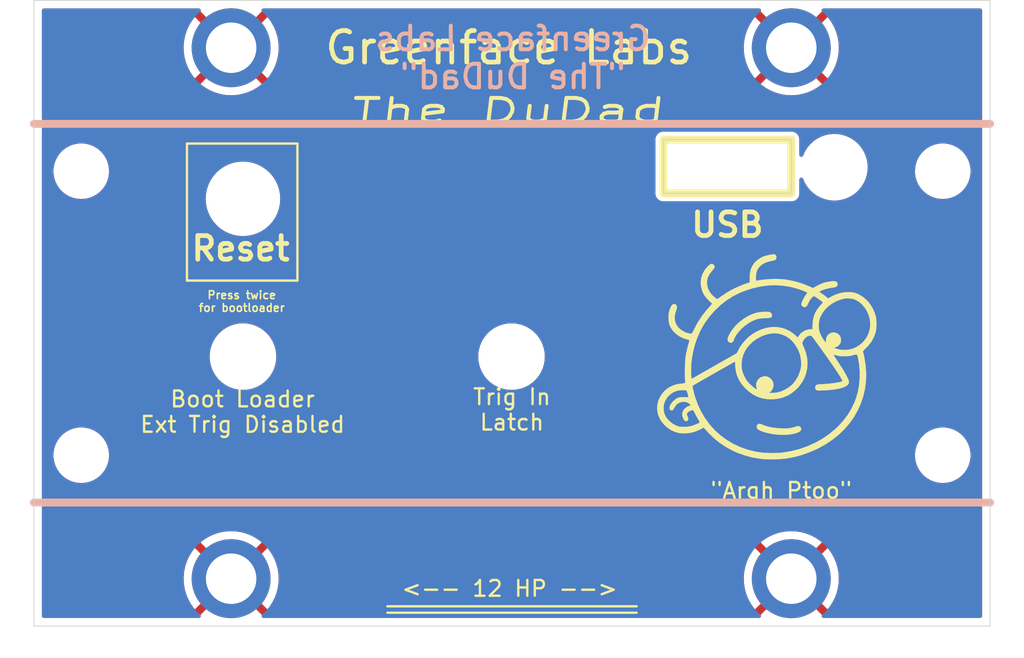
<source format=kicad_pcb>
(kicad_pcb (version 20211014) (generator pcbnew)
  (title_block (title "DuDad Panel") (rev "1.2"))
  (layers (0 "F.Cu" signal) (31 "B.Cu" signal) (34 "B.Paste" user) (35 "F.Paste" user) (36 "B.SilkS" user "B.Silkscreen") (37 "F.SilkS" user "F.Silkscreen") (38 "B.Mask" user) (39 "F.Mask" user) (44 "Edge.Cuts" user))
  (net 0 "")
  (net 1 "GND")
  (footprint "panel:MountingHole_3.2mm_M3_SmPad" (layer "F.Cu") (at 62.5 45.175)
    (fp_text reference "H1" (at -0.2 -0.2) (layer "F.SilkS"))
    (fp_text value "MountingHole_Pad")
    (pad "1" thru_hole circle locked (at 0 0) (size 5 5) (drill 3.2) (layers *.Cu *.Mask) (net 1 "GND"))
  )
  (footprint "panel:MountingHole_3.2mm_M3_SmPad" (layer "F.Cu") (at 98 45.175)
    (fp_text reference "H2" (at 0.1 0.2) (layer "F.SilkS"))
    (fp_text value "MountingHole_Pad")
    (pad "1" thru_hole circle locked (at 0 0) (size 5 5) (drill 3.2) (layers *.Cu *.Mask) (net 1 "GND"))
  )
  (footprint "panel:MountingHole_3.2mm_M3_SmPad" (layer "F.Cu") (at 98 78.825)
    (fp_text reference "H3" (at 0 0.2) (layer "F.SilkS"))
    (fp_text value "MountingHole_Pad")
    (pad "1" thru_hole circle locked (at 0 0) (size 5 5) (drill 3.2) (layers *.Cu *.Mask) (net 1 "GND"))
  )
  (footprint "panel:MountingHole_3.2mm_M3_SmPad" (layer "F.Cu") (at 62.5 78.825)
    (fp_text reference "H4" (at 0.1 -0.1) (layer "F.SilkS"))
    (fp_text value "MountingHole_Pad")
    (pad "1" thru_hole circle locked (at 0 0) (size 5 5) (drill 3.2) (layers *.Cu *.Mask) (net 1 "GND"))
  )
  (footprint "panel:3mmLED" (layer "F.Cu") (at 79 64.75)
    (fp_text reference "H14" hide)
    (fp_text value "Red LED")
    (pad "" np_thru_hole circle (at 1.27 0) (size 3.2 3.2) (drill 3.2) (layers *.Cu *.Mask))
  )
  (footprint "panel:3mmLED" (layer "F.Cu") (at 102 52.75 180)
    (fp_text reference "H15" hide)
    (fp_text value "Green LED")
    (pad "" np_thru_hole circle (at 1.27 0 180) (size 3.2 3.2) (drill 3.2) (layers *.Cu *.Mask))
  )
  (footprint "MountingHole:MountingHole_2.5mm" (layer "F.Cu") (at 53 53)
    (fp_text reference "H17" hide)
    (fp_text value "MountingHole")
    (pad "" np_thru_hole circle locked (at 0 0) (size 2.5 2.5) (drill 2.5) (layers *.Cu *.Mask))
  )
  (footprint "MountingHole:MountingHole_2.5mm" (layer "F.Cu") (at 107.6 53)
    (fp_text reference "H18" hide)
    (fp_text value "MountingHole")
    (pad "" np_thru_hole circle locked (at 0 0) (size 2.5 2.5) (drill 2.5) (layers *.Cu *.Mask))
  )
  (footprint "MountingHole:MountingHole_2.5mm" (layer "F.Cu") (at 107.6 71)
    (fp_text reference "H19" hide)
    (fp_text value "MountingHole")
    (pad "" np_thru_hole circle locked (at 0 0) (size 2.5 2.5) (drill 2.5) (layers *.Cu *.Mask))
  )
  (footprint "MountingHole:MountingHole_2.5mm" (layer "F.Cu") (at 53 71)
    (fp_text reference "H20" hide)
    (fp_text value "MountingHole")
    (pad "" np_thru_hole circle locked (at 0 0) (size 2.5 2.5) (drill 2.5) (layers *.Cu *.Mask))
  )
  (footprint "panel:PushButton3.7mm" (layer "F.Cu") (at 60 52.5)
    (fp_text reference "H26" hide)
    (fp_text value "MountingHole")
    (pad "" np_thru_hole circle (at 3.25 2.25) (size 3.7 3.7) (drill 3.7) (layers *.Cu *.Mask))
  )
  (footprint "panel:3mmLED" (layer "F.Cu") (at 64.52 64.75 180)
    (fp_text reference "H16" hide)
    (fp_text value "Yellow LED")
    (pad "" np_thru_hole circle (at 1.27 0 180) (size 3.2 3.2) (drill 3.2) (layers *.Cu *.Mask))
  )
  (footprint "panel:small_face" (layer "F.Cu") (at 96.4 65.2)
    (fp_text reference "GR1" hide)
    (fp_text value "small_logo" hide)
    (fp_poly (pts (xy 0.54585 -6.926436) (xy 0.585001 -6.906036) (xy 0.606324 -6.886676) (xy 0.649317 -6.811322) (xy 0.658749 -6.718373) (xy 0.633324 -6.629468) (xy 0.622739 -6.612336) (xy 0.580233 -6.576116) (xy 0.504547 -6.548167) (xy 0.413189 -6.529096) (xy 0.140894 -6.467369) (xy -0.087852 -6.382381) (xy -0.275341 -6.272763) (xy -0.423865 -6.137146) (xy -0.535716 -5.974161) (xy -0.544558 -5.957125) (xy -0.603519 -5.796627) (xy -0.636753 -5.605766) (xy -0.641897 -5.399288) (xy -0.639751 -5.362895) (xy -0.632968 -5.294518) (xy -0.618313 -5.264921) (xy -0.584577 -5.262192) (xy -0.550851 -5.268429) (xy -0.277447 -5.31369) (xy 0.023536 -5.34631) (xy 0.337109 -5.36571) (xy 0.648283 -5.371312) (xy 0.942068 -5.362538) (xy 1.203475 -5.33881) (xy 1.2192 -5.336707) (xy 1.633307 -5.263004) (xy 2.046922 -5.156909) (xy 2.443559 -5.023188) (xy 2.748187 -4.894578) (xy 2.861255 -4.843184) (xy 2.937623 -4.812874) (xy 2.985615 -4.801208) (xy 3.013556 -4.805744) (xy 3.023139 -4.813951) (xy 3.060235 -4.841775) (xy 3.1329 -4.884003) (xy 3.229973 -4.935123) (xy 3.34029 -4.989622) (xy 3.452689 -5.041987) (xy 3.556006 -5.086707) (xy 3.639079 -5.118269) (xy 3.640011 -5.11858) (xy 3.781431 -5.158522) (xy 3.943025 -5.193079) (xy 4.104341 -5.218624) (xy 4.244925 -5.231531) (xy 4.282134 -5.2324) (xy 4.3787 -5.22613) (xy 4.441529 -5.204497) (xy 4.469753 -5.182247) (xy 4.527333 -5.097239) (xy 4.537044 -5.009335) (xy 4.502873 -4.931949) (xy 4.471726 -4.896627) (xy 4.432807 -4.870194) (xy 4.376578 -4.849633) (xy 4.293498 -4.831925) (xy 4.174027 -4.814051) (xy 4.099621 -4.804357) (xy 3.948678 -4.777745) (xy 3.789148 -4.737165) (xy 3.637307 -4.687699) (xy 3.509428 -4.634428) (xy 3.447936 -4.60085) (xy 3.371948 -4.552738) (xy 3.533824 -4.443877) (xy 3.634514 -4.373498) (xy 3.738018 -4.296935) (xy 3.815543 -4.235918) (xy 3.935386 -4.136821) (xy 4.08351 -4.223634) (xy 4.388945 -4.375578) (xy 4.70373 -4.478159) (xy 5.031601 -4.532504) (xy 5.131117 -4.539474) (xy 5.338026 -4.540869) (xy 5.516959 -4.519968) (xy 5.687336 -4.472744) (xy 5.868583 -4.395173) (xy 5.898332 -4.380458) (xy 6.152974 -4.224668) (xy 6.38186 -4.027515) (xy 6.581889 -3.793104) (xy 6.749958 -3.525543) (xy 6.882967 -3.228937) (xy 6.962473 -2.9718) (xy 6.985747 -2.834443) (xy 6.997734 -2.663883) (xy 6.998801 -2.476363) (xy 6.989315 -2.288126) (xy 6.969643 -2.115414) (xy 6.940153 -1.974471) (xy 6.939903 -1.973601) (xy 6.82882 -1.670631) (xy 6.67687 -1.395033) (xy 6.481158 -1.142134) (xy 6.329239 -0.987831) (xy 6.238278 -0.900998) (xy 6.180679 -0.839634) (xy 6.150935 -0.796495) (xy 6.143539 -0.76434) (xy 6.147142 -0.748339) (xy 6.159526 -0.704334) (xy 6.179149 -0.622007) (xy 6.203381 -0.51287) (xy 6.229591 -0.388434) (xy 6.231311 -0.380039) (xy 6.313796 0.137692) (xy 6.346906 0.644029) (xy 6.330496 1.140106) (xy 6.264422 1.627057) (xy 6.148539 2.106017) (xy 5.982703 2.578121) (xy 5.804533 2.970537) (xy 5.567943 3.386478) (xy 5.286808 3.78185) (xy 4.96408 4.1541) (xy 4.602715 4.500672) (xy 4.205665 4.819012) (xy 3.775884 5.106565) (xy 3.316325 5.360776) (xy 2.829942 5.579091) (xy 2.754417 5.608753) (xy 2.471666 5.713667) (xy 2.216142 5.798655) (xy 1.970674 5.868484) (xy 1.718093 5.927919) (xy 1.44123 5.981726) (xy 1.3589 5.99611) (xy 1.173891 6.021104) (xy 0.951772 6.040402) (xy 0.705949 6.053694) (xy 0.449826 6.060672) (xy 0.196807 6.061025) (xy -0.039704 6.054445) (xy -0.246302 6.040621) (xy -0.3048 6.034514) (xy -0.820485 5.950653) (xy -1.324486 5.821061) (xy -1.809641 5.647843) (xy -2.157258 5.490352) (xy -2.565831 5.265455) (xy -2.944624 5.010972) (xy -3.301031 4.72109) (xy -3.642444 4.389998) (xy -3.855035 4.155473) (xy -3.914138 4.089336) (xy -3.951672 4.056715) (xy -3.978265 4.051831) (xy -4.004544 4.068907) (xy -4.008221 4.072193) (xy -4.067331 4.112383) (xy -4.162383 4.16237) (xy -4.280874 4.216661) (xy -4.410301 4.269761) (xy -4.538163 4.316177) (xy -4.624509 4.343016) (xy -4.788417 4.378868) (xy -4.975231 4.403181) (xy -5.167047 4.41485) (xy -5.34596 4.412771) (xy -5.490689 4.396486) (xy -5.769549 4.322378) (xy -6.020877 4.20949) (xy -6.25154 4.053989) (xy -6.468404 3.852038) (xy -6.471446 3.848787) (xy -6.643422 3.637371) (xy -6.768943 3.418861) (xy -6.852341 3.185158) (xy -6.871996 3.100181) (xy -6.902052 2.829304) (xy -6.89437 2.727158) (xy -6.493843 2.727158) (xy -6.492328 2.936774) (xy -6.447673 3.146547) (xy -6.356765 3.351303) (xy -6.34554 3.370422) (xy -6.229808 3.526686) (xy -6.079875 3.674666) (xy -5.908185 3.805207) (xy -5.727184 3.909153) (xy -5.549316 3.97735) (xy -5.506281 3.98785) (xy -5.375824 4.003945) (xy -5.214431 4.006757) (xy -5.039851 3.997516) (xy -4.869831 3.977449) (xy -4.722119 3.947787) (xy -4.6609 3.929293) (xy -4.481237 3.8625) (xy -4.346725 3.805423) (xy -4.25892 3.75877) (xy -4.224526 3.730891) (xy -4.214846 3.702317) (xy -4.226737 3.656942) (xy -4.263565 3.585357) (xy -4.296178 3.53057) (xy -4.355722 3.428943) (xy -4.425094 3.304237) (xy -4.49182 3.179017) (xy -4.509387 3.144863) (xy -4.5616 3.043783) (xy -4.598107 2.980596) (xy -4.625848 2.947721) (xy -4.651765 2.937579) (xy -4.682795 2.942588) (xy -4.692095 2.945298) (xy -4.812263 2.987048) (xy -4.896941 3.03171) (xy -4.944666 3.070101) (xy -5.003544 3.14499) (xy -5.017309 3.222335) (xy -4.987706 3.314781) (xy -4.980435 3.329199) (xy -4.934926 3.446657) (xy -4.932834 3.540258) (xy -4.974111 3.608812) (xy -4.992141 3.622517) (xy -5.064695 3.648531) (xy -5.133121 3.627073) (xy -5.199512 3.556931) (xy -5.247789 3.474494) (xy -5.305424 3.312172) (xy -5.313682 3.155171) (xy -5.273869 3.00848) (xy -5.187295 2.877088) (xy -5.063489 2.771353) (xy -4.994932 2.72806) (xy -4.943392 2.699382) (xy -4.924899 2.6924) (xy -4.889085 2.684139) (xy -4.836429 2.666136) (xy -4.767351 2.639872) (xy -4.841126 2.561408) (xy -4.941381 2.478554) (xy -5.058774 2.430782) (xy -5.205929 2.413305) (xy -5.232429 2.413) (xy -5.410052 2.436561) (xy -5.566708 2.504993) (xy -5.697325 2.614917) (xy -5.796832 2.762955) (xy -5.814136 2.800515) (xy -5.87227 2.902336) (xy -5.938229 2.955207) (xy -6.010909 2.958509) (xy -6.05686 2.936717) (xy -6.107068 2.876974) (xy -6.120045 2.794112) (xy -6.099671 2.694849) (xy -6.049828 2.585906) (xy -5.974396 2.474003) (xy -5.877256 2.365859) (xy -5.762289 2.268194) (xy -5.633376 2.187727) (xy -5.620513 2.181205) (xy -5.560428 2.154311) (xy -5.501074 2.136743) (xy -5.429358 2.126592) (xy -5.332187 2.121949) (xy -5.207 2.1209) (xy -4.9149 2.1209) (xy -4.9657 1.912865) (xy -4.99088 1.813525) (xy -5.015527 1.746939) (xy -5.049676 1.706538) (xy -5.103366 1.685756) (xy -5.18663 1.678023) (xy -5.309506 1.676771) (xy -5.326495 1.676746) (xy -5.558029 1.698846) (xy -5.771328 1.762495) (xy -5.963278 1.862517) (xy -6.130767 1.99374) (xy -6.270681 2.15099) (xy -6.379907 2.329092) (xy -6.455332 2.522872) (xy -6.493843 2.727158) (xy -6.89437 2.727158) (xy -6.882128 2.564386) (xy -6.812912 2.307713) (xy -6.69509 2.061566) (xy -6.529351 1.828231) (xy -6.468409 1.758921) (xy -6.302254 1.608311) (xy -6.105459 1.478518) (xy -6.001995 1.42882) (xy -4.658908 1.42882) (xy -4.649587 1.501355) (xy -4.629169 1.606122) (xy -4.59946 1.734925) (xy -4.562264 1.879566) (xy -4.519388 2.031851) (xy -4.504174 2.0828) (xy -4.331281 2.569846) (xy -4.117682 3.027816) (xy -3.865311 3.455058) (xy -3.576102 3.84992) (xy -3.251992 4.210752) (xy -2.894915 4.535902) (xy -2.506807 4.823719) (xy -2.089601 5.072552) (xy -1.645234 5.28075) (xy -1.17564 5.44666) (xy -0.682755 5.568633) (xy -0.3556 5.622926) (xy -0.173333 5.641391) (xy 0.044447 5.653631) (xy 0.282827 5.6596) (xy 0.526898 5.659255) (xy 0.761748 5.652554) (xy 0.972467 5.639453) (xy 1.0922 5.627139) (xy 1.626788 5.536194) (xy 2.148538 5.400094) (xy 2.65339 5.220775) (xy 3.137288 5.000176) (xy 3.596172 4.740234) (xy 4.025985 4.442886) (xy 4.422669 4.110072) (xy 4.574039 3.964569) (xy 4.892438 3.617943) (xy 5.164887 3.259354) (xy 5.396017 2.881526) (xy 5.590462 2.477182) (xy 5.699228 2.1971) (xy 5.814464 1.805546) (xy 5.892693 1.387781) (xy 5.933491 0.952837) (xy 5.936436 0.50975) (xy 5.901104 0.067553) (xy 5.827072 -0.36472) (xy 5.820583 -0.3937) (xy 5.799045 -0.48778) (xy 5.778905 -0.548712) (xy 5.750466 -0.580506) (xy 5.704032 -0.587172) (xy 5.629905 -0.57272) (xy 5.518388 -0.54116) (xy 5.4864 -0.531894) (xy 5.37589 -0.504633) (xy 5.260763 -0.487133) (xy 5.124973 -0.477576) (xy 4.9784 -0.474314) (xy 4.845334 -0.474161) (xy 4.740642 -0.477738) (xy 4.648862 -0.487305) (xy 4.554533 -0.505119) (xy 4.442194 -0.533439) (xy 4.300578 -0.573318) (xy 4.289761 -0.568035) (xy 4.298074 -0.538668) (xy 4.3274 -0.481964) (xy 4.379624 -0.394673) (xy 4.456629 -0.273545) (xy 4.5603 -0.115328) (xy 4.605628 -0.046987) (xy 4.779958 0.22081) (xy 4.929148 0.461736) (xy 5.052003 0.673563) (xy 5.147323 0.854065) (xy 5.213913 1.001016) (xy 5.250575 1.112189) (xy 5.2578 1.165918) (xy 5.233012 1.26646) (xy 5.159536 1.357699) (xy 5.038702 1.439209) (xy 4.871838 1.510565) (xy 4.660275 1.571341) (xy 4.405343 1.621114) (xy 4.108371 1.659457) (xy 3.77069 1.685946) (xy 3.6068 1.693845) (xy 3.461625 1.699119) (xy 3.358096 1.701019) (xy 3.287126 1.698778) (xy 3.239625 1.691631) (xy 3.206507 1.678814) (xy 3.178685 1.659562) (xy 3.176269 1.657602) (xy 3.126757 1.587523) (xy 3.112715 1.499625) (xy 3.134771 1.413061) (xy 3.166784 1.368527) (xy 3.192005 1.348117) (xy 3.226506 1.332667) (xy 3.278592 1.320801) (xy 3.356564 1.311145) (xy 3.468725 1.302321) (xy 3.622714 1.292993) (xy 3.850851 1.277267) (xy 4.069215 1.256858) (xy 4.27182 1.232743) (xy 4.452684 1.205897) (xy 4.605821 1.177297) (xy 4.725249 1.147919) (xy 4.804983 1.11874) (xy 4.837067 1.094841) (xy 4.831247 1.059947) (xy 4.79623 0.986485) (xy 4.733372 0.87647) (xy 4.644034 0.731916) (xy 4.529573 0.554837) (xy 4.391348 0.347248) (xy 4.230717 0.111163) (xy 4.04904 -0.151403) (xy 3.847674 -0.438435) (xy 3.627978 -0.74792) (xy 3.391311 -1.077843) (xy 3.139031 -1.426189) (xy 3.109462 -1.466814) (xy 3.022495 -1.585748) (xy 2.958935 -1.669697) (xy 2.912305 -1.724757) (xy 2.876127 -1.75702) (xy 2.843922 -1.772583) (xy 2.809215 -1.77754) (xy 2.77876 -1.777964) (xy 2.661138 -1.753882) (xy 2.545535 -1.68602) (xy 2.439683 -1.581073) (xy 2.351314 -1.44574) (xy 2.321436 -1.381843) (xy 2.304691 -1.338362) (xy 2.298133 -1.300885) (xy 2.304256 -1.258033) (xy 2.325555 -1.198429) (xy 2.364526 -1.110695) (xy 2.395566 -1.04382) (xy 2.521246 -0.717916) (xy 2.598317 -0.387859) (xy 2.627492 -0.057697) (xy 2.609488 0.268524) (xy 2.545016 0.586755) (xy 2.434792 0.89295) (xy 2.279529 1.183062) (xy 2.079942 1.453044) (xy 1.926224 1.616357) (xy 1.664133 1.837314) (xy 1.382247 2.011507) (xy 1.080073 2.139149) (xy 0.757115 2.220459) (xy 0.469787 2.253089) (xy 0.121398 2.250326) (xy -0.20598 2.201514) (xy -0.514061 2.106005) (xy -0.804561 1.963147) (xy -1.079192 1.772292) (xy -1.285707 1.5875) (xy -1.515 1.330939) (xy -1.695448 1.06197) (xy -1.827941 0.778543) (xy -1.913367 0.478607) (xy -1.952614 0.160112) (xy -1.955571 0.043199) (xy -1.549025 0.043199) (xy -1.544448 0.218182) (xy -1.527326 0.366503) (xy -1.493509 0.505713) (xy -1.438844 0.653361) (xy -1.367907 0.80897) (xy -1.299004 0.944501) (xy -1.234407 1.050645) (xy -1.161241 1.145823) (xy -1.066632 1.248453) (xy -1.046068 1.269405) (xy -0.947738 1.363514) (xy -0.845181 1.452513) (xy -0.747283 1.529601) (xy -0.662931 1.587979) (xy -0.601012 1.620847) (xy -0.580524 1.6256) (xy -0.576838 1.605204) (xy -0.591451 1.554521) (xy -0.598197 1.537515) (xy -0.632689 1.393377) (xy -0.622509 1.246739) (xy -0.572398 1.106896) (xy -0.487095 0.983144) (xy -0.371341 0.88478) (xy -0.233422 0.822116) (xy -0.067919 0.795599) (xy 0.083086 0.817488) (xy 0.222329 0.888491) (xy 0.308473 0.961957) (xy 0.41278 1.095044) (xy 0.46798 1.238719) (xy 0.475232 1.396217) (xy 0.472415 1.42008) (xy 0.43924 1.542455) (xy 0.379056 1.661401) (xy 0.302265 1.759264) (xy 0.245646 1.804896) (xy 0.1651 1.85401) (xy 0.3683 1.853664) (xy 0.497102 1.848189) (xy 0.635737 1.834211) (xy 0.748571 1.815809) (xy 0.977816 1.746999) (xy 1.211128 1.640519) (xy 1.433326 1.505124) (xy 1.629232 1.349567) (xy 1.726184 1.252047) (xy 1.892838 1.034302) (xy 2.032533 0.787169) (xy 2.139266 0.524101) (xy 2.207034 0.25855) (xy 2.223668 0.137222) (xy 2.22819 -0.037504) (xy 2.213568 -0.236864) (xy 2.182315 -0.439537) (xy 2.136943 -0.624206) (xy 2.13212 -0.63963) (xy 2.043746 -0.860046) (xy 1.922212 -1.082193) (xy 1.777047 -1.291813) (xy 1.617777 -1.474653) (xy 1.505907 -1.576712) (xy 1.272546 -1.735434) (xy 1.022646 -1.846935) (xy 0.758975 -1.910982) (xy 0.484307 -1.927341) (xy 0.201411 -1.895778) (xy -0.086941 -1.816058) (xy -0.296011 -1.728885) (xy -0.504026 -1.622394) (xy -0.678503 -1.514971) (xy -0.835749 -1.395882) (xy -0.935985 -1.307557) (xy -1.152709 -1.075615) (xy -1.323004 -0.824615) (xy -1.446233 -0.555959) (xy -1.52176 -0.27105) (xy -1.548947 0.028711) (xy -1.549025 0.043199) (xy -1.955571 0.043199) (xy -1.955609 0.041732) (xy -1.957302 -0.050264) (xy -1.963719 -0.100862) (xy -1.977249 -0.11941) (xy -1.996165 -0.116946) (xy -2.024874 -0.101928) (xy -2.092765 -0.064455) (xy -2.195104 -0.007224) (xy -2.327156 0.06707) (xy -2.484187 0.155734) (xy -2.66146 0.25607) (xy -2.854242 0.365384) (xy -3.057798 0.480982) (xy -3.267392 0.600167) (xy -3.478291 0.720245) (xy -3.685759 0.83852) (xy -3.885062 0.952298) (xy -4.071464 1.058882) (xy -4.240232 1.155579) (xy -4.386629 1.239692) (xy -4.505922 1.308527) (xy -4.593376 1.359389) (xy -4.644255 1.389582) (xy -4.655325 1.396712) (xy -4.658908 1.42882) (xy -6.001995 1.42882) (xy -5.890566 1.375297) (xy -5.670117 1.304401) (xy -5.456656 1.271585) (xy -5.40267 1.27) (xy -5.301996 1.262784) (xy -5.213373 1.244069) (xy -5.179402 1.230762) (xy -5.130411 1.200301) (xy -5.114163 1.165437) (xy -5.121717 1.104928) (xy -5.123277 1.097412) (xy -5.132785 1.02088) (xy -5.139286 0.902934) (xy -5.142941 0.752859) (xy -5.143911 0.579944) (xy -5.143289 0.505238) (xy -4.750062 0.505238) (xy -4.747458 0.650615) (xy -4.741447 0.775773) (xy -4.732174 0.873321) (xy -4.719783 0.935868) (xy -4.704418 0.956023) (xy -4.702258 0.955172) (xy -4.677889 0.941273) (xy -4.613278 0.904456) (xy -4.512326 0.846943) (xy -4.378933 0.770956) (xy -4.217002 0.678718) (xy -4.030433 0.57245) (xy -3.823127 0.454375) (xy -3.598985 0.326715) (xy -3.3782 0.20097) (xy -3.138112 0.064293) (xy -2.908234 -0.066457) (xy -2.692885 -0.188831) (xy -2.496384 -0.30038) (xy -2.323048 -0.398655) (xy -2.177197 -0.481208) (xy -2.063149 -0.54559) (xy -1.985223 -0.589352) (xy -1.950507 -0.608565) (xy -1.868579 -0.66154) (xy -1.817519 -0.722214) (xy -1.78747 -0.7874) (xy -1.700965 -0.969125) (xy -1.577945 -1.16346) (xy -1.427128 -1.359894) (xy -1.257231 -1.547914) (xy -1.076973 -1.717009) (xy -0.908138 -1.847748) (xy -0.598598 -2.035787) (xy -0.284788 -2.177538) (xy 0.030162 -2.273062) (xy 0.343122 -2.322418) (xy 0.650962 -2.32567) (xy 0.950549 -2.282877) (xy 1.238755 -2.194101) (xy 1.512448 -2.059403) (xy 1.768498 -1.878844) (xy 1.865462 -1.79362) (xy 1.930762 -1.734579) (xy 1.981264 -1.692467) (xy 2.006034 -1.676401) (xy 2.006036 -1.6764) (xy 2.027691 -1.695979) (xy 2.060825 -1.743867) (xy 2.065326 -1.75136) (xy 2.180625 -1.89964) (xy 2.331898 -2.023578) (xy 2.507299 -2.115979) (xy 2.694983 -2.16965) (xy 2.768626 -2.178507) (xy 2.944486 -2.191089) (xy 2.944567 -2.366745) (xy 3.343045 -2.366745) (xy 3.352923 -2.20159) (xy 3.377 -2.061437) (xy 3.389567 -2.0193) (xy 3.473369 -1.813008) (xy 3.572086 -1.627464) (xy 3.678118 -1.47669) (xy 3.693336 -1.458902) (xy 3.802081 -1.335322) (xy 3.800022 -1.48686) (xy 3.813252 -1.628851) (xy 3.86159 -1.745783) (xy 3.951527 -1.851044) (xy 3.994539 -1.888015) (xy 4.116431 -1.956034) (xy 4.252657 -1.98165) (xy 4.392238 -1.966504) (xy 4.524193 -1.912236) (xy 4.637542 -1.820486) (xy 4.664768 -1.787886) (xy 4.708944 -1.717216) (xy 4.73363 -1.638242) (xy 4.745345 -1.534491) (xy 4.748066 -1.435776) (xy 4.737834 -1.364265) (xy 4.709975 -1.29704) (xy 4.68943 -1.260351) (xy 4.590414 -1.138347) (xy 4.461348 -1.056893) (xy 4.3688 -1.028014) (xy 4.311891 -1.014742) (xy 4.300455 -1.004504) (xy 4.330211 -0.990057) (xy 4.3434 -0.985009) (xy 4.604614 -0.908501) (xy 4.873684 -0.872015) (xy 5.139522 -0.875904) (xy 5.391038 -0.920522) (xy 5.482002 -0.948738) (xy 5.752785 -1.069709) (xy 5.992014 -1.229546) (xy 6.197062 -1.425432) (xy 6.365302 -1.654553) (xy 6.494106 -1.91409) (xy 6.556129 -2.100281) (xy 6.592938 -2.303877) (xy 6.601937 -2.530413) (xy 6.583882 -2.760819) (xy 6.539526 -2.976028) (xy 6.518874 -3.041528) (xy 6.401603 -3.315468) (xy 6.253251 -3.557465) (xy 6.077178 -3.763456) (xy 5.876745 -3.929377) (xy 5.701036 -4.030573) (xy 5.598261 -4.077031) (xy 5.514913 -4.10642) (xy 5.431264 -4.12339) (xy 5.327589 -4.13259) (xy 5.253444 -4.136082) (xy 5.118998 -4.138715) (xy 5.011099 -4.132233) (xy 4.905885 -4.113819) (xy 4.779495 -4.080655) (xy 4.776432 -4.079778) (xy 4.480009 -3.971965) (xy 4.207114 -3.827216) (xy 3.962365 -3.649683) (xy 3.750378 -3.443519) (xy 3.575771 -3.212875) (xy 3.44316 -2.961903) (xy 3.397036 -2.839268) (xy 3.365259 -2.702881) (xy 3.34721 -2.539608) (xy 3.343045 -2.366745) (xy 2.944567 -2.366745) (xy 2.9446 -2.435395) (xy 2.966478 -2.720088) (xy 3.029305 -2.999232) (xy 3.0878 -3.16258) (xy 3.149076 -3.284643) (xy 3.236548 -3.426345) (xy 3.339732 -3.572178) (xy 3.448145 -3.706635) (xy 3.478951 -3.741161) (xy 3.534995 -3.800658) (xy 3.571801 -3.843496) (xy 3.586053 -3.87749) (xy 3.574432 -3.910456) (xy 3.53362 -3.950209) (xy 3.460301 -4.004564) (xy 3.351157 -4.081336) (xy 3.3274 -4.098176) (xy 3.210941 -4.180587) (xy 3.127678 -4.236268) (xy 3.069198 -4.267635) (xy 3.027088 -4.277102) (xy 2.992937 -4.267085) (xy 2.958331 -4.24) (xy 2.929561 -4.212399) (xy 2.815643 -4.079165) (xy 2.714846 -3.918886) (xy 2.652997 -3.7846) (xy 2.595559 -3.671073) (xy 2.525455 -3.604389) (xy 2.439359 -3.581454) (xy 2.434431 -3.5814) (xy 2.357939 -3.601892) (xy 2.28913 -3.653417) (xy 2.244228 -3.721049) (xy 2.23551 -3.764396) (xy 2.248584 -3.831533) (xy 2.283277 -3.928533) (xy 2.333561 -4.042642) (xy 2.393408 -4.161105) (xy 2.456788 -4.271168) (xy 2.51611 -4.358058) (xy 2.568005 -4.428319) (xy 2.602922 -4.481451) (xy 2.613674 -4.50647) (xy 2.613437 -4.506797) (xy 2.577822 -4.52774) (xy 2.505564 -4.561051) (xy 2.407906 -4.602147) (xy 2.296092 -4.646441) (xy 2.181366 -4.689349) (xy 2.076495 -4.725782) (xy 1.593933 -4.85872) (xy 1.105475 -4.941352) (xy 0.611932 -4.973728) (xy 0.114115 -4.955898) (xy -0.387166 -4.887912) (xy -0.891101 -4.769818) (xy -1.396877 -4.601667) (xy -1.653777 -4.497296) (xy -2.070366 -4.290793) (xy -2.471404 -4.038435) (xy -2.85277 -3.743865) (xy -3.210345 -3.410724) (xy -3.54001 -3.042655) (xy -3.837645 -2.643301) (xy -3.95466 -2.463019) (xy -4.169234 -2.075825) (xy -4.354829 -1.654338) (xy -4.508339 -1.207981) (xy -4.626658 -0.746177) (xy -4.706677 -0.278352) (xy -4.723513 -0.130659) (xy -4.735984 0.021692) (xy -4.74447 0.183385) (xy -4.749114 0.347031) (xy -4.750062 0.505238) (xy -5.143289 0.505238) (xy -5.142356 0.393475) (xy -5.138439 0.202739) (xy -5.132321 0.017022) (xy -5.124162 -0.154389) (xy -5.114124 -0.302207) (xy -5.102368 -0.417146) (xy -5.096289 -0.4572) (xy -5.04971 -0.702105) (xy -5.000317 -0.931777) (xy -4.950717 -1.134901) (xy -4.90352 -1.300161) (xy -4.898207 -1.316708) (xy -4.874657 -1.400983) (xy -4.863743 -1.465871) (xy -4.867628 -1.496839) (xy -4.90293 -1.512259) (xy -4.97125 -1.532109) (xy -5.033243 -1.546686) (xy -5.250471 -1.614998) (xy -5.46642 -1.722912) (xy -5.66875 -1.861966) (xy -5.845123 -2.023697) (xy -5.981576 -2.1971) (xy -6.071685 -2.354532) (xy -6.131782 -2.505372) (xy -6.166671 -2.66665) (xy -6.181154 -2.855396) (xy -6.182144 -2.9083) (xy -6.18168 -3.044388) (xy -6.175356 -3.148944) (xy -6.160459 -3.241143) (xy -6.134273 -3.340157) (xy -6.110223 -3.4163) (xy -6.049259 -3.576329) (xy -5.985486 -3.688782) (xy -5.91639 -3.756884) (xy -5.839458 -3.783857) (xy -5.822982 -3.7846) (xy -5.741598 -3.761864) (xy -5.691198 -3.722801) (xy -5.658325 -3.674663) (xy -5.644723 -3.614611) (xy -5.651051 -3.534144) (xy -5.677969 -3.424759) (xy -5.72555 -3.279626) (xy -5.781606 -3.053214) (xy -5.7895 -2.835635) (xy -5.750061 -2.630486) (xy -5.664117 -2.441362) (xy -5.532495 -2.271859) (xy -5.482461 -2.223782) (xy -5.330205 -2.107371) (xy -5.16052 -2.012095) (xy -4.987043 -1.943977) (xy -4.82341 -1.909041) (xy -4.7625 -1.905708) (xy -4.727333 -1.908692) (xy -4.698792 -1.922996) (xy -4.670602 -1.956813) (xy -4.636485 -2.018338) (xy -4.590165 -2.115764) (xy -4.573025 -2.153057) (xy -4.359436 -2.565694) (xy -4.100463 -2.969258) (xy -3.793917 -3.367008) (xy -3.632761 -3.552896) (xy -3.539237 -3.658049) (xy -3.476273 -3.732253) (xy -3.439809 -3.781736) (xy -3.425783 -3.812726) (xy -3.430133 -3.83145) (xy -3.444308 -3.841883) (xy -3.504316 -3.885277) (xy -3.58474 -3.95933) (xy -3.676144 -4.053594) (xy -3.769093 -4.157624) (xy -3.854153 -4.260974) (xy -3.921888 -4.353195) (xy -3.954761 -4.407081) (xy -4.064508 -4.665661) (xy -4.125714 -4.927889) (xy -4.139005 -5.189183) (xy -4.105004 -5.444963) (xy -4.024335 -5.690648) (xy -3.897622 -5.921656) (xy -3.72549 -6.133406) (xy -3.718613 -6.14045) (xy -3.610213 -6.24296) (xy -3.522941 -6.305035) (xy -3.450045 -6.328704) (xy -3.384775 -6.315999) (xy -3.320376 -6.268949) (xy -3.313546 -6.262255) (xy -3.267621 -6.20378) (xy -3.253094 -6.144935) (xy -3.272111 -6.077859) (xy -3.326819 -5.994693) (xy -3.414396 -5.89298) (xy -3.571485 -5.694086) (xy -3.678373 -5.493143) (xy -3.735656 -5.287528) (xy -3.743932 -5.074617) (xy -3.703796 -4.851787) (xy -3.672933 -4.755408) (xy -3.592134 -4.587504) (xy -3.475559 -4.42089) (xy -3.336012 -4.270946) (xy -3.186297 -4.153051) (xy -3.156002 -4.134521) (xy -3.080534 -4.090742) (xy -2.892817 -4.231701) (xy -2.460924 -4.524648) (xy -2.00003 -4.777518) (xy -1.515757 -4.987408) (xy -1.246377 -5.081898) (xy -1.032253 -5.150973) (xy -1.037877 -5.426637) (xy -1.023489 -5.713406) (xy -0.967746 -5.970812) (xy -0.870248 -6.19955) (xy -0.730594 -6.400313) (xy -0.548385 -6.573795) (xy -0.323219 -6.72069) (xy -0.277169 -6.744831) (xy -0.167003 -6.7908) (xy -0.023605 -6.836691) (xy 0.13566 -6.877896) (xy 0.293426 -6.909808) (xy 0.40212 -6.925061) (xy 0.490536 -6.931716) (xy 0.54585 -6.926436)) (layer "F.SilkS") (width 0.01) (fill solid))
    (fp_poly (pts (xy 0.142068 -3.284178) (xy 0.205614 -3.276936) (xy 0.250125 -3.263826) (xy 0.286183 -3.243441) (xy 0.296556 -3.235977) (xy 0.354628 -3.167233) (xy 0.378895 -3.082794) (xy 0.366999 -2.999924) (xy 0.335391 -2.951592) (xy 0.308194 -2.931129) (xy 0.26801 -2.916164) (xy 0.205848 -2.905226) (xy 0.112716 -2.896848) (xy -0.020377 -2.889559) (xy -0.053406 -2.888067) (xy -0.261295 -2.874591) (xy -0.433558 -2.852205) (xy -0.585079 -2.817421) (xy -0.730741 -2.766752) (xy -0.885428 -2.696711) (xy -0.899221 -2.689876) (xy -1.12771 -2.558714) (xy -1.347003 -2.399995) (xy -1.55008 -2.220975) (xy -1.729919 -2.02891) (xy -1.879498 -1.831056) (xy -1.991797 -1.634666) (xy -2.042315 -1.508659) (xy -2.093684 -1.399801) (xy -2.161368 -1.338942) (xy -2.245141 -1.326193) (xy -2.341406 -1.359815) (xy -2.409283 -1.420831) (xy -2.437249 -1.508977) (xy -2.42514 -1.624883) (xy -2.372793 -1.769181) (xy -2.280044 -1.9425) (xy -2.146729 -2.145473) (xy -2.13263 -2.165365) (xy -1.936841 -2.403874) (xy -1.702262 -2.629373) (xy -1.440763 -2.832619) (xy -1.164215 -3.004372) (xy -0.889 -3.133633) (xy -0.69417 -3.202974) (xy -0.51775 -3.2488) (xy -0.33863 -3.275128) (xy -0.135695 -3.285975) (xy -0.084444 -3.286694) (xy 0.048909 -3.286961) (xy 0.142068 -3.284178)) (layer "F.SilkS") (width 0.01) (fill solid))
    (fp_poly (pts (xy -0.352919 3.8208) (xy -0.262979 3.849035) (xy -0.173115 3.886178) (xy 0.013357 3.957425) (xy 0.240752 4.0153) (xy 0.511926 4.060394) (xy 0.8255 4.092963) (xy 1.078653 4.107166) (xy 1.296703 4.105208) (xy 1.493097 4.085877) (xy 1.681284 4.047959) (xy 1.84115 4.001416) (xy 1.948155 3.968663) (xy 2.021034 3.953031) (xy 2.072802 3.952709) (xy 2.11161 3.963812) (xy 2.18146 4.017733) (xy 2.220717 4.099251) (xy 2.221717 4.190634) (xy 2.216958 4.207624) (xy 2.169554 4.274471) (xy 2.07776 4.33534) (xy 1.947757 4.389051) (xy 1.785729 4.434423) (xy 1.597856 4.470279) (xy 1.390323 4.495438) (xy 1.16931 4.508721) (xy 0.941 4.508948) (xy 0.711576 4.49494) (xy 0.7112 4.494905) (xy 0.478317 4.466406) (xy 0.249262 4.426305) (xy 0.032395 4.3769) (xy -0.163921 4.320491) (xy -0.331327 4.259377) (xy -0.46146 4.195857) (xy -0.51943 4.156537) (xy -0.577517 4.084041) (xy -0.597291 4.001171) (xy -0.582413 3.920434) (xy -0.536541 3.854337) (xy -0.463337 3.815386) (xy -0.418016 3.81) (xy -0.352919 3.8208)) (layer "F.SilkS") (width 0.01) (fill solid))
  )
  (gr_line (start 50 74) (end 110.6 74) (layer "B.SilkS") (width 0.5))
  (gr_line (start 50 50) (end 110.6 50) (layer "B.SilkS") (width 0.5))
  (gr_line (start 89.9 51) (end 89.9 54.4) (layer "F.SilkS") (width 0.5))
  (gr_line (start 89.9 54.4) (end 98 54.4) (layer "F.SilkS") (width 0.5))
  (gr_line (start 72.4006 80.9814) (end 88.1994 80.9814) (layer "F.SilkS") (width 0.15))
  (gr_line (start 59.7 51.25) (end 59.7 59.932) (layer "F.SilkS") (width 0.15))
  (gr_line (start 66.7 59.932) (end 66.7 51.25) (layer "F.SilkS") (width 0.15))
  (gr_line (start 66.7 51.25) (end 59.7 51.25) (layer "F.SilkS") (width 0.15))
  (gr_line (start 89.9 51) (end 98 51) (layer "F.SilkS") (width 0.5))
  (gr_line (start 59.7 59.932) (end 66.7 59.932) (layer "F.SilkS") (width 0.15))
  (gr_line (start 72.4006 80.575) (end 88.1994 80.575) (layer "F.SilkS") (width 0.15))
  (gr_line (start 98 51) (end 98 54.4) (layer "F.SilkS") (width 0.5))
  (gr_line (start 110.6 42.175) (end 50 42.175) (layer "Edge.Cuts") (width 0.05))
  (gr_line (start 89.9 51) (end 98 51) (layer "Edge.Cuts") (width 0.05))
  (gr_line (start 110.6 81.825) (end 110.6 42.175) (layer "Edge.Cuts") (width 0.05))
  (gr_line (start 50 42.175) (end 50 81.825) (layer "Edge.Cuts") (width 0.05))
  (gr_line (start 98 51) (end 98 54.4) (layer "Edge.Cuts") (width 0.05))
  (gr_line (start 89.9 51) (end 89.9 54.4) (layer "Edge.Cuts") (width 0.05))
  (gr_line (start 89.9 54.4) (end 98 54.4) (layer "Edge.Cuts") (width 0.05))
  (gr_line (start 50 81.825) (end 110.6 81.825) (layer "Edge.Cuts") (width 0.05))
  (gr_text "Greenface Labs\n{dblquote}The DuDad{dblquote}" (at 80.35 45.8) (layer "B.SilkS") (effects (font (size 1.5 1.5) (thickness 0.25)) (justify mirror)))
  (gr_text "Reset" (at 63.1 57.9) (layer "F.SilkS") (effects (font (size 1.5 1.5) (thickness 0.3))))
  (gr_text "Boot Loader\nExt Trig Disabled" (at 63.2244 68.25) (layer "F.SilkS") (effects (font (size 1 1))))
  (gr_text "Trig In\nLatch" (at 80.2932 68.1108) (layer "F.SilkS") (effects (font (size 1 1))))
  (gr_text "{dblquote}Argh Ptoo{dblquote}" (at 97.362 73.2416) (layer "F.SilkS") (effects (font (size 1 1))))
  (gr_text "Greenface Labs" (at 80.1 45.175) (layer "F.SilkS") (effects (font (size 2 2) (thickness 0.3))))
  (gr_text "The DuDad" (at 80 49.175) (layer "F.SilkS") (effects (font (size 1.5 2.5) (thickness 0.25) italic)))
  (gr_text "<-- 12 HP -->" (at 80.15 79.45) (layer "F.SilkS") (effects (font (size 1 1))))
  (gr_text "Press twice\nfor bootloader" (at 63.172 61.2528) (layer "F.SilkS") (effects (font (size 0.5 0.5) (thickness 0.1))))
  (gr_text "USB" (at 93.95 56.4) (layer "F.SilkS") (effects (font (size 1.5 1.5) (thickness 0.3))))
  (zone (net 1) (net_name "GND") (layer "F.Cu") (connect_pads (clearance 0.508)) (min_thickness 0.254) (fill yes (thermal_gap 0.508) (thermal_bridge_width 0.508))
    (polygon (pts (xy 50 42.175) (xy 110.4 42.175) (xy 110.544 81.671) (xy 50.144 81.671)))
  )
  (zone (net 0) (net_name "") (layer "B.Cu") (connect_pads (clearance 0.508)) (min_thickness 0.254) (fill yes (thermal_gap 0.508) (thermal_bridge_width 0.508))
    (polygon (pts (xy 50 42.175) (xy 110.4 42.175) (xy 110.544 81.625) (xy 50.144 81.625)))
  )
)
</source>
